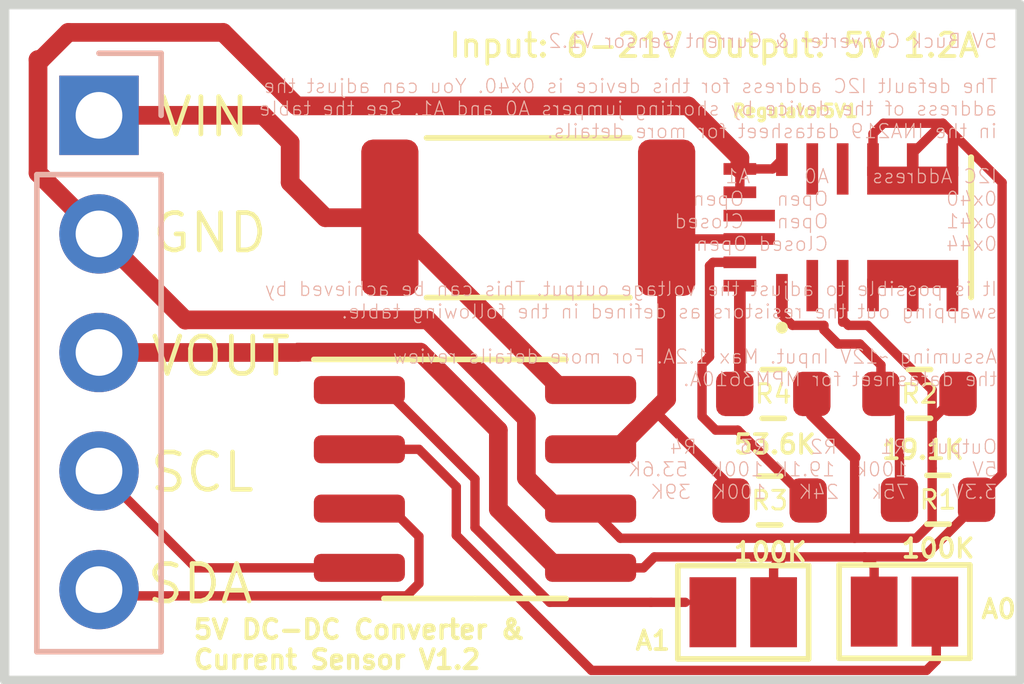
<source format=kicad_pcb>
(kicad_pcb (version 20211014) (generator pcbnew)
  (layers (0 "F.Cu" signal) (31 "B.Cu" signal) (34 "B.Paste" user) (35 "F.Paste" user) (36 "B.SilkS" user "B.Silkscreen") (37 "F.SilkS" user "F.Silkscreen") (38 "B.Mask" user) (39 "F.Mask" user) (44 "Edge.Cuts" user))
  (net 0 "")
  (net 1 "GND")
  (net 2 "/SDA")
  (net 3 "/SCL")
  (net 4 "+5V")
  (net 5 "Net-(C1-Pad1)")
  (net 6 "Net-(CURRENT_MAIN1-Pad8)")
  (net 7 "Net-(R1-Pad2)")
  (net 9 "Net-(Regulator5V1-Pad19)")
  (net 11 "Net-(R4-Pad1)")
  (net 12 "Net-(R3-Pad2)")
  (net 13 "Net-(CURRENT_MAIN1-Pad2)")
  (net 14 "Net-(CURRENT_MAIN1-Pad1)")
  (footprint "Package_SO:SOIC-8_3.9x4.9mm_P1.27mm" (layer "F.Cu") (at 124.606733 60.96)
    (fp_text reference "CURRENT_MAIN1" hide)
    (fp_text value "INA219BxD" hide)
    (fp_line (start 0 2.56) (end -1.95 2.56) (layer "F.SilkS") (width 0.12))
    (fp_line (start 0 2.56) (end 1.95 2.56) (layer "F.SilkS") (width 0.12))
    (fp_line (start 0 -2.56) (end -3.45 -2.56) (layer "F.SilkS") (width 0.12))
    (fp_line (start 0 -2.56) (end 1.95 -2.56) (layer "F.SilkS") (width 0.12))
    (pad "1" smd roundrect (at -2.475 -1.905) (size 1.95 0.6) (layers "F.Cu" "F.Paste" "F.Mask") (net 14 "Net-(CURRENT_MAIN1-Pad1)"))
    (pad "2" smd roundrect (at -2.475 -0.635) (size 1.95 0.6) (layers "F.Cu" "F.Paste" "F.Mask") (net 13 "Net-(CURRENT_MAIN1-Pad2)"))
    (pad "3" smd roundrect (at -2.475 0.635) (size 1.95 0.6) (layers "F.Cu" "F.Paste" "F.Mask") (net 2 "/SDA"))
    (pad "4" smd roundrect (at -2.475 1.905) (size 1.95 0.6) (layers "F.Cu" "F.Paste" "F.Mask") (net 3 "/SCL"))
    (pad "5" smd roundrect (at 2.475 1.905) (size 1.95 0.6) (layers "F.Cu" "F.Paste" "F.Mask") (net 4 "+5V"))
    (pad "6" smd roundrect (at 2.475 0.635) (size 1.95 0.6) (layers "F.Cu" "F.Paste" "F.Mask") (net 1 "GND"))
    (pad "7" smd roundrect (at 2.475 -0.635) (size 1.95 0.6) (layers "F.Cu" "F.Paste" "F.Mask") (net 5 "Net-(C1-Pad1)"))
    (pad "8" smd roundrect (at 2.475 -1.905) (size 1.95 0.6) (layers "F.Cu" "F.Paste" "F.Mask") (net 6 "Net-(CURRENT_MAIN1-Pad8)"))
  )
  (footprint "Resistor_SMD:R_0603_1608Metric" (layer "F.Cu") (at 134.518389 61.405453 180)
    (fp_text reference "R1" hide)
    (fp_text value "100K" (at 0 -1.042896) (layer "F.SilkS") (effects (font (size 0.4 0.4) (thickness 0.08))))
    (fp_text user "${REFERENCE}" (at 0 0) (layer "F.SilkS") (effects (font (size 0.4 0.4) (thickness 0.06))))
    (fp_line (start -0.237258 -0.5225) (end 0.237258 -0.5225) (layer "F.SilkS") (width 0.12))
    (fp_line (start -0.237258 0.5225) (end 0.237258 0.5225) (layer "F.SilkS") (width 0.12))
    (pad "1" smd roundrect (at -0.825 0 180) (size 0.8 0.95) (layers "F.Cu" "F.Paste" "F.Mask") (net 4 "+5V"))
    (pad "2" smd roundrect (at 0.825 0 180) (size 0.8 0.95) (layers "F.Cu" "F.Paste" "F.Mask") (net 7 "Net-(R1-Pad2)"))
  )
  (footprint "Resistor_SMD:R_0603_1608Metric" (layer "F.Cu") (at 130.914289 61.421912)
    (fp_text reference "R3" hide)
    (fp_text value "100K" (at 0.013227 1.105424) (layer "F.SilkS") (effects (font (size 0.4 0.4) (thickness 0.08))))
    (fp_text user "${REFERENCE}" (at 0 0) (layer "F.SilkS") (effects (font (size 0.4 0.4) (thickness 0.06))))
    (fp_line (start -0.237258 -0.5225) (end 0.237258 -0.5225) (layer "F.SilkS") (width 0.12))
    (fp_line (start -0.237258 0.5225) (end 0.237258 0.5225) (layer "F.SilkS") (width 0.12))
    (pad "1" smd roundrect (at -0.825 0) (size 0.8 0.95) (layers "F.Cu" "F.Paste" "F.Mask") (net 5 "Net-(C1-Pad1)"))
    (pad "2" smd roundrect (at 0.825 0) (size 0.8 0.95) (layers "F.Cu" "F.Paste" "F.Mask") (net 12 "Net-(R3-Pad2)"))
  )
  (footprint "MPM3610AGQV-P:MPM3620AGQV-P" (layer "F.Cu") (at 132.726856 55.569078 90)
    (fp_text reference "Regulator5V1" (at 2.491462 -1.266109 180) (layer "F.SilkS") (effects (font (size 0.267887 0.267887))))
    (fp_text value "MPM3610AGQV-P")
    (fp_line (start -1.5 2.5) (end 1.5 2.5) (layer "F.SilkS") (width 0.127))
    (fp_circle (center -2.15 -1.55) (end -2.085 -1.55) (layer "F.SilkS") (width 0.127) (fill none))
    (pad "1" smd rect (at -1.4 -1.55 180) (size 0.25 0.8) (layers "F.Cu" "F.Paste" "F.Mask") (net 7 "Net-(R1-Pad2)"))
    (pad "2" smd rect (at -1.25 -0.9 180) (size 0.25 1.1) (layers "F.Cu" "F.Paste" "F.Mask"))
    (pad "3" smd rect (at -1.25 -0.25 180) (size 0.25 1.1) (layers "F.Cu" "F.Paste" "F.Mask") (net 1 "GND"))
    (pad "4" smd rect (at -1.45 0.4) (size 0.25 0.7) (layers "F.Cu" "F.Paste" "F.Mask") (net 9 "Net-(Regulator5V1-Pad19)"))
    (pad "5" smd rect (at -1.45 1.25) (size 0.25 0.7) (layers "F.Cu" "F.Paste" "F.Mask") (net 9 "Net-(Regulator5V1-Pad19)"))
    (pad "6" smd rect (at -1.45 2.1) (size 0.25 0.7) (layers "F.Cu" "F.Paste" "F.Mask") (net 9 "Net-(Regulator5V1-Pad19)"))
    (pad "7" smd rect (at 1.45 2.1) (size 0.25 0.7) (layers "F.Cu" "F.Paste" "F.Mask") (net 4 "+5V"))
    (pad "8" smd rect (at 1.45 1.25) (size 0.25 0.7) (layers "F.Cu" "F.Paste" "F.Mask") (net 4 "+5V"))
    (pad "9" smd rect (at 1.45 0.4) (size 0.25 0.7) (layers "F.Cu" "F.Paste" "F.Mask") (net 4 "+5V"))
    (pad "10" smd rect (at 1.25 -0.25 180) (size 0.25 1.1) (layers "F.Cu" "F.Paste" "F.Mask"))
    (pad "11" smd rect (at 1.25 -0.9 180) (size 0.25 1.1) (layers "F.Cu" "F.Paste" "F.Mask"))
    (pad "12" smd rect (at 1.45 -1.55 180) (size 0.25 0.7) (layers "F.Cu" "F.Paste" "F.Mask") (net 1 "GND"))
    (pad "13" smd rect (at 1.25 -2.45 90) (size 0.25 0.7) (layers "F.Cu" "F.Paste" "F.Mask") (net 1 "GND"))
    (pad "14" smd rect (at 0.75 -2.45 90) (size 0.25 0.7) (layers "F.Cu" "F.Paste" "F.Mask") (net 1 "GND"))
    (pad "15" smd rect (at 0.25 -2.25 90) (size 0.25 1.1) (layers "F.Cu" "F.Paste" "F.Mask"))
    (pad "16" smd rect (at -0.25 -2.25 90) (size 0.25 1.1) (layers "F.Cu" "F.Paste" "F.Mask") (net 5 "Net-(C1-Pad1)"))
    (pad "17" smd rect (at -0.75 -2.45 90) (size 0.25 0.7) (layers "F.Cu" "F.Paste" "F.Mask") (net 12 "Net-(R3-Pad2)"))
    (pad "18" smd rect (at -1.25 -2.45 90) (size 0.25 0.7) (layers "F.Cu" "F.Paste" "F.Mask") (net 11 "Net-(R4-Pad1)"))
    (pad "19" smd rect (at -1 1.25 180) (size 1.95 0.6) (layers "F.Cu" "F.Paste" "F.Mask") (net 9 "Net-(Regulator5V1-Pad19)"))
    (pad "20" smd rect (at 1 1.25 180) (size 1.95 0.6) (layers "F.Cu" "F.Paste" "F.Mask") (net 4 "+5V"))
  )
  (footprint "Resistor_SMD:R_0603_1608Metric" (layer "F.Cu") (at 134.122107 59.13727)
    (fp_text reference "R2" hide)
    (fp_text value "19.1K" (at 0.073984 1.196786) (layer "F.SilkS") (effects (font (size 0.4 0.4) (thickness 0.08))))
    (fp_text user "${REFERENCE}" (at 0 0) (layer "F.SilkS") (effects (font (size 0.4 0.4) (thickness 0.06))))
    (fp_line (start -0.237258 -0.5225) (end 0.237258 -0.5225) (layer "F.SilkS") (width 0.12))
    (fp_line (start -0.237258 0.5225) (end 0.237258 0.5225) (layer "F.SilkS") (width 0.12))
    (pad "1" smd roundrect (at -0.825 0) (size 0.8 0.95) (layers "F.Cu" "F.Paste" "F.Mask") (net 7 "Net-(R1-Pad2)"))
    (pad "2" smd roundrect (at 0.825 0) (size 0.8 0.95) (layers "F.Cu" "F.Paste" "F.Mask") (net 1 "GND"))
  )
  (footprint "Resistor_SMD:R_2512_6332Metric" (layer "F.Cu") (at 125.746749 55.363734)
    (fp_text reference "R_SHUNT1" hide)
    (fp_text value "100mOhms" hide)
    (fp_line (start -2.177064 -1.71) (end 2.177064 -1.71) (layer "F.SilkS") (width 0.12))
    (fp_line (start -2.177064 1.71) (end 2.177064 1.71) (layer "F.SilkS") (width 0.12))
    (pad "1" smd roundrect (at -2.9625 0) (size 1.225 3.35) (layers "F.Cu" "F.Paste" "F.Mask") (roundrect_rratio 0.2040816327) (net 6 "Net-(CURRENT_MAIN1-Pad8)"))
    (pad "2" smd roundrect (at 2.9625 0) (size 1.225 3.35) (layers "F.Cu" "F.Paste" "F.Mask") (roundrect_rratio 0.2040816327) (net 5 "Net-(C1-Pad1)"))
  )
  (footprint "Resistor_SMD:R_0603_1608Metric" (layer "F.Cu") (at 130.992165 59.139074)
    (fp_text reference "R4" hide)
    (fp_text value "53.6K" (at 0.034798 1.080626) (layer "F.SilkS") (effects (font (size 0.4 0.4) (thickness 0.08))))
    (fp_text user "${REFERENCE}" (at 0 0) (layer "F.SilkS") (effects (font (size 0.4 0.4) (thickness 0.06))))
    (fp_line (start -0.237258 -0.5225) (end 0.237258 -0.5225) (layer "F.SilkS") (width 0.12))
    (fp_line (start -0.237258 0.5225) (end 0.237258 0.5225) (layer "F.SilkS") (width 0.12))
    (pad "1" smd roundrect (at -0.825 0) (size 0.8 0.95) (layers "F.Cu" "F.Paste" "F.Mask") (net 11 "Net-(R4-Pad1)"))
    (pad "2" smd roundrect (at 0.825 0) (size 0.8 0.95) (layers "F.Cu" "F.Paste" "F.Mask") (net 1 "GND"))
  )
  (footprint "Jumper:SolderJumper-2_P1.3mm_Open_Pad1.0x1.5mm" (layer "F.Cu") (at 130.349152 63.8155)
    (fp_text reference "A1" hide)
    (fp_text value "A1" (at -1.935394 0.60777) (layer "F.SilkS") (effects (font (size 0.4 0.4) (thickness 0.08))))
    (fp_line (start -1.4 -1) (end 1.4 -1) (layer "F.SilkS") (width 0.12))
    (fp_line (start -1.4 1) (end -1.4 -1) (layer "F.SilkS") (width 0.12))
    (fp_line (start 1.4 1) (end -1.4 1) (layer "F.SilkS") (width 0.12))
    (fp_line (start 1.4 -1) (end 1.4 1) (layer "F.SilkS") (width 0.12))
    (pad "1" smd rect (at -0.65 0) (size 1 1.5) (layers "F.Cu" "F.Mask") (net 14 "Net-(CURRENT_MAIN1-Pad1)"))
    (pad "2" smd rect (at 0.65 0) (size 1 1.5) (layers "F.Cu" "F.Mask") (net 4 "+5V"))
  )
  (footprint "Jumper:SolderJumper-2_P1.3mm_Open_Pad1.0x1.5mm" (layer "F.Cu") (at 133.801137 63.801964 180)
    (fp_text reference "A0" (at -2.01669 0.055252) (layer "F.SilkS") (effects (font (size 0.4 0.4) (thickness 0.08))))
    (fp_text value "A0" hide)
    (fp_line (start 1.4 1) (end -1.4 1) (layer "F.SilkS") (width 0.12))
    (fp_line (start -1.4 1) (end -1.4 -1) (layer "F.SilkS") (width 0.12))
    (fp_line (start -1.4 -1) (end 1.4 -1) (layer "F.SilkS") (width 0.12))
    (fp_line (start 1.4 -1) (end 1.4 1) (layer "F.SilkS") (width 0.12))
    (pad "1" smd rect (at -0.65 0 180) (size 1 1.5) (layers "F.Cu" "F.Mask") (net 13 "Net-(CURRENT_MAIN1-Pad2)"))
    (pad "2" smd rect (at 0.65 0 180) (size 1 1.5) (layers "F.Cu" "F.Mask") (net 4 "+5V"))
  )
  (footprint "Connector_PinHeader_2.54mm:PinHeader_1x05_P2.54mm_Vertical" (layer "B.Cu") (at 116.558058 53.17073 180)
    (fp_text reference "PB1" hide)
    (fp_text value "PowerBoard_Conn_01x05" hide)
    (fp_line (start 1.33 -1.27) (end 1.33 -11.49) (layer "B.SilkS") (width 0.12))
    (fp_line (start -1.33 -11.49) (end 1.33 -11.49) (layer "B.SilkS") (width 0.12))
    (fp_line (start -1.33 1.33) (end 0 1.33) (layer "B.SilkS") (width 0.12))
    (fp_line (start -1.33 -1.27) (end -1.33 -11.49) (layer "B.SilkS") (width 0.12))
    (fp_line (start -1.33 -1.27) (end 1.33 -1.27) (layer "B.SilkS") (width 0.12))
    (fp_line (start -1.33 0) (end -1.33 1.33) (layer "B.SilkS") (width 0.12))
    (pad "1" thru_hole rect (at 0 0 180) (size 1.7 1.7) (drill 1) (layers *.Cu *.Mask) (net 6 "Net-(CURRENT_MAIN1-Pad8)"))
    (pad "2" thru_hole oval (at 0 -2.54 180) (size 1.7 1.7) (drill 1) (layers *.Cu *.Mask) (net 1 "GND"))
    (pad "3" thru_hole oval (at 0 -5.08 180) (size 1.7 1.7) (drill 1) (layers *.Cu *.Mask) (net 4 "+5V"))
    (pad "4" thru_hole oval (at 0 -7.62 180) (size 1.7 1.7) (drill 1) (layers *.Cu *.Mask) (net 3 "/SCL"))
    (pad "5" thru_hole oval (at 0 -10.16 180) (size 1.7 1.7) (drill 1) (layers *.Cu *.Mask) (net 2 "/SDA"))
  )
  (gr_rect (start 114.538852 65.274665) (end 136.278206 50.8) (layer "Edge.Cuts") (width 0.2) (fill none))
  (gr_text "5V Buck Converter & Current Sensor V1.2\n\nThe default I2C address for this device is 0x40. You can adjust the\naddress of the device by shorting jumpers A0 and A1. See the table\nin the INA219 datasheet for more details.\n\nI2C Address    A0     A1\n0x40           Open   Open\n0x41           Open   Closed\n0x44           Closed Open\n\nIt is possible to adjust the voltage output. This can be achieved by\nswapping out the resistors as defined in the following table.\n\nAssuming ~12V Input. Max 1.2A. For more details review\nthe datasheet for MPM3610A.\n\n\nOutput  R1    R2    R3    R4\n5V      100k  19.1K 100K  53.6K\n3.3V    75k   24K   100K  39K" (at 135.804244 56.408118) (layer "B.SilkS") (effects (font (size 0.3 0.3) (thickness 0.025)) (justify left mirror)))
  (gr_text "5V DC-DC Converter &\nCurrent Sensor V1.2" (at 118.537084 64.507901) (layer "F.SilkS") (effects (font (size 0.4 0.4) (thickness 0.09)) (justify left)))
  (gr_text "SCL" (at 118.76917 60.817742) (layer "F.SilkS") (effects (font (size 0.8 0.8) (thickness 0.1))))
  (gr_text "VOUT" (at 119.163715 58.334428) (layer "F.SilkS") (effects (font (size 0.8 0.8) (thickness 0.1))))
  (gr_text "GND" (at 118.93163 55.688653) (layer "F.SilkS") (effects (font (size 0.8 0.8) (thickness 0.1))))
  (gr_text "Input: 6-21V Output: 5V 1.2A" (at 129.727987 51.672288) (layer "F.SilkS") (effects (font (size 0.5 0.5) (thickness 0.08))))
  (gr_text "SDA" (at 118.722753 63.208222) (layer "F.SilkS") (effects (font (size 0.8 0.8) (thickness 0.1))))
  (gr_text "VIN" (at 118.815587 53.205339) (layer "F.SilkS") (effects (font (size 0.8 0.8) (thickness 0.1))))
  (segment (start 127.716733 62.23) (end 127.081733 61.595) (width 0.2) (layer "F.Cu") (net 1))
  (segment (start 116.558058 55.71073) (end 118.407225 57.559897) (width 0.4) (layer "F.Cu") (net 1))
  (segment (start 134.393389 59.916611) (end 134.393389 60.733389) (width 0.2) (layer "F.Cu") (net 1))
  (segment (start 132.733424 62.23) (end 127.716733 62.23) (width 0.2) (layer "F.Cu") (net 1))
  (segment (start 131.817165 59.139074) (end 131.817165 59.58213) (width 0.25) (layer "F.Cu") (net 1))
  (segment (start 134.050949 62.23) (end 132.733424 62.23) (width 0.2) (layer "F.Cu") (net 1))
  (segment (start 131.817165 59.58213) (end 132.733424 60.498389) (width 0.25) (layer "F.Cu") (net 1))
  (segment (start 115.253108 54.40578) (end 115.253108 51.97568) (width 0.4) (layer "F.Cu") (net 1))
  (segment (start 130.276856 54.319078) (end 130.976856 54.319078) (width 0.2) (layer "F.Cu") (net 1))
  (segment (start 126.365 61.595) (end 127.081733 61.595) (width 0.4) (layer "F.Cu") (net 1))
  (segment (start 120.788849 52.968533) (end 129.168533 52.968533) (width 0.4) (layer "F.Cu") (net 1))
  (segment (start 132.733424 62.23) (end 132.733424 60.498389) (width 0.2) (layer "F.Cu") (net 1))
  (segment (start 134.393389 59.690988) (end 134.393389 59.916611) (width 0.2) (layer "F.Cu") (net 1))
  (segment (start 119.214652 51.394336) (end 120.788849 52.968533) (width 0.4) (layer "F.Cu") (net 1))
  (segment (start 132.476856 56.819078) (end 132.476856 57.601769) (width 0.2) (layer "F.Cu") (net 1))
  (segment (start 130.976856 54.319078) (end 131.176856 54.119078) (width 0.2) (layer "F.Cu") (net 1))
  (segment (start 133.011022 57.669078) (end 132.599078 57.669078) (width 0.2) (layer "F.Cu") (net 1))
  (segment (start 129.168533 52.968533) (end 130.276856 54.076856) (width 0.4) (layer "F.Cu") (net 1))
  (segment (start 134.947107 59.13727) (end 134.393389 59.690988) (width 0.2) (layer "F.Cu") (net 1))
  (segment (start 115.318149 51.97568) (end 115.899493 51.394336) (width 0.4) (layer "F.Cu") (net 1))
  (segment (start 130.276856 54.076856) (end 130.276856 54.319078) (width 0.4) (layer "F.Cu") (net 1))
  (segment (start 132.476856 57.546856) (end 132.476856 56.819078) (width 0.2) (layer "F.Cu") (net 1))
  (segment (start 132.599078 57.669078) (end 132.476856 57.546856) (width 0.2) (layer "F.Cu") (net 1))
  (segment (start 134.393389 59.051445) (end 133.011022 57.669078) (width 0.2) (layer "F.Cu") (net 1))
  (segment (start 134.393389 60.733389) (end 134.393389 61.88756) (width 0.2) (layer "F.Cu") (net 1))
  (segment (start 130.276856 54.819078) (end 130.276856 54.319078) (width 0.2) (layer "F.Cu") (net 1))
  (segment (start 115.253108 51.97568) (end 115.318149 51.97568) (width 0.4) (layer "F.Cu") (net 1))
  (segment (start 134.393389 59.916611) (end 134.393389 59.051445) (width 0.2) (layer "F.Cu") (net 1))
  (segment (start 115.899493 51.394336) (end 119.214652 51.394336) (width 0.4) (layer "F.Cu") (net 1))
  (segment (start 123.59279 57.55279) (end 125.706733 59.666733) (width 0.4) (layer "F.Cu") (net 1))
  (segment (start 118.428286 57.55279) (end 123.59279 57.55279) (width 0.4) (layer "F.Cu") (net 1))
  (segment (start 116.558058 55.71073) (end 115.253108 54.40578) (width 0.4) (layer "F.Cu") (net 1))
  (segment (start 125.706733 59.666733) (end 125.706733 60.936733) (width 0.4) (layer "F.Cu") (net 1))
  (segment (start 125.706733 60.936733) (end 126.365 61.595) (width 0.4) (layer "F.Cu") (net 1))
  (segment (start 134.393389 61.88756) (end 134.050949 62.23) (width 0.2) (layer "F.Cu") (net 1))
  (segment (start 122.131733 61.595) (end 122.61455 61.595) (width 0.4) (layer "F.Cu") (net 2))
  (segment (start 123.406733 62.19124) (end 122.810493 61.595) (width 0.2) (layer "F.Cu") (net 2))
  (segment (start 123.406733 63.201396) (end 123.406733 62.19124) (width 0.2) (layer "F.Cu") (net 2))
  (segment (start 116.558058 63.33073) (end 116.692328 63.465) (width 0.2) (layer "F.Cu") (net 2))
  (segment (start 116.692328 63.465) (end 123.143129 63.465) (width 0.2) (layer "F.Cu") (net 2))
  (segment (start 123.143129 63.465) (end 123.406733 63.201396) (width 0.2) (layer "F.Cu") (net 2))
  (segment (start 122.810493 61.595) (end 122.131733 61.595) (width 0.2) (layer "F.Cu") (net 2))
  (segment (start 122.131733 62.865) (end 118.632328 62.865) (width 0.2) (layer "F.Cu") (net 3))
  (segment (start 118.632328 62.865) (end 116.558058 60.79073) (width 0.2) (layer "F.Cu") (net 3))
  (segment (start 123.435095 58.243623) (end 125.106733 59.915261) (width 0.4) (layer "F.Cu") (net 4))
  (segment (start 132.95 62.63) (end 131.21 62.63) (width 0.2) (layer "F.Cu") (net 4))
  (segment (start 135.89 54.61) (end 134.62 53.34) (width 0.2) (layer "F.Cu") (net 4))
  (segment (start 135.343389 61.405453) (end 135.343389 61.503245) (width 0.2) (layer "F.Cu") (net 4))
  (segment (start 133.126856 54.119078) (end 133.126856 53.563144) (width 0.2) (layer "F.Cu") (net 4))
  (segment (start 128.212539 62.865) (end 127.081733 62.865) (width 0.2) (layer "F.Cu") (net 4))
  (segment (start 134.826856 54.119078) (end 134.826856 53.546856) (width 0.2) (layer "F.Cu") (net 4))
  (segment (start 133.35 53.34) (end 134.62 53.34) (width 0.2) (layer "F.Cu") (net 4))
  (segment (start 130.999152 62.840848) (end 130.999152 63.8155) (width 0.2) (layer "F.Cu") (net 4))
  (segment (start 134.62 53.34) (end 133.976856 53.983144) (width 0.2) (layer "F.Cu") (net 4))
  (segment (start 116.558058 58.25073) (end 120.81927 58.25073) (width 0.4) (layer "F.Cu") (net 4))
  (segment (start 135.89 60.858842) (end 135.89 54.61) (width 0.2) (layer "F.Cu") (net 4))
  (segment (start 120.826377 58.243623) (end 123.435095 58.243623) (width 0.4) (layer "F.Cu") (net 4))
  (segment (start 133.151137 62.831137) (end 132.95 62.63) (width 0.2) (layer "F.Cu") (net 4))
  (segment (start 133.976856 53.983144) (end 133.976856 54.119078) (width 0.2) (layer "F.Cu") (net 4))
  (segment (start 131.21 62.63) (end 130.999152 62.840848) (width 0.2) (layer "F.Cu") (net 4))
  (segment (start 131.21 62.63) (end 128.447539 62.63) (width 0.2) (layer "F.Cu") (net 4))
  (segment (start 134.216634 62.63) (end 132.95 62.63) (width 0.2) (layer "F.Cu") (net 4))
  (segment (start 135.343389 61.503245) (end 134.216634 62.63) (width 0.2) (layer "F.Cu") (net 4))
  (segment (start 133.151137 63.801964) (end 133.151137 62.831137) (width 0.2) (layer "F.Cu") (net 4))
  (segment (start 125.106733 61.606733) (end 126.365 62.865) (width 0.4) (layer "F.Cu") (net 4))
  (segment (start 133.126856 53.563144) (end 133.35 53.34) (width 0.2) (layer "F.Cu") (net 4))
  (segment (start 120.81927 58.25073) (end 120.826377 58.243623) (width 0.4) (layer "F.Cu") (net 4))
  (segment (start 125.106733 59.915261) (end 125.106733 61.606733) (width 0.4) (layer "F.Cu") (net 4))
  (segment (start 126.365 62.865) (end 127.081733 62.865) (width 0.4) (layer "F.Cu") (net 4))
  (segment (start 135.343389 61.405453) (end 135.89 60.858842) (width 0.2) (layer "F.Cu") (net 4))
  (segment (start 134.826856 53.546856) (end 134.62 53.34) (width 0.2) (layer "F.Cu") (net 4))
  (segment (start 128.447539 62.63) (end 128.212539 62.865) (width 0.2) (layer "F.Cu") (net 4))
  (segment (start 130.476856 55.819078) (end 129.164593 55.819078) (width 0.2) (layer "F.Cu") (net 5))
  (segment (start 128.456733 59.503267) (end 128.709249 59.250751) (width 0.4) (layer "F.Cu") (net 5))
  (segment (start 127.437166 60.325) (end 127.081733 60.325) (width 0.2) (layer "F.Cu") (net 5))
  (segment (start 129.164593 55.819078) (end 128.709249 55.363734) (width 0.2) (layer "F.Cu") (net 5))
  (segment (start 130.089289 61.135823) (end 128.456733 59.503267) (width 0.2) (layer "F.Cu") (net 5))
  (segment (start 128.709249 59.250751) (end 128.709249 55.363734) (width 0.4) (layer "F.Cu") (net 5))
  (segment (start 127.635 60.325) (end 128.456733 59.503267) (width 0.4) (layer "F.Cu") (net 5))
  (segment (start 130.089289 61.421912) (end 130.089289 61.135823) (width 0.2) (layer "F.Cu") (net 5))
  (segment (start 127.081733 60.325) (end 127.635 60.325) (width 0.4) (layer "F.Cu") (net 5))
  (segment (start 126.475515 59.055) (end 122.784249 55.363734) (width 0.4) (layer "F.Cu") (net 6))
  (segment (start 116.558058 53.17073) (end 120.070081 53.17073) (width 0.4) (layer "F.Cu") (net 6))
  (segment (start 127.081733 59.055) (end 126.475515 59.055) (width 0.4) (layer "F.Cu") (net 6))
  (segment (start 120.65 54.61) (end 121.403734 55.363734) (width 0.4) (layer "F.Cu") (net 6))
  (segment (start 120.65 53.750649) (end 120.65 54.61) (width 0.4) (layer "F.Cu") (net 6))
  (segment (start 120.070081 53.17073) (end 120.65 53.750649) (width 0.4) (layer "F.Cu") (net 6))
  (segment (start 127.081733 59.055) (end 126.407948 59.055) (width 0.4) (layer "F.Cu") (net 6))
  (segment (start 121.403734 55.363734) (end 122.784249 55.363734) (width 0.4) (layer "F.Cu") (net 6))
  (segment (start 133.693389 59.533552) (end 133.297107 59.13727) (width 0.2) (layer "F.Cu") (net 7))
  (segment (start 131.176856 57.444078) (end 131.176856 56.969078) (width 0.2) (layer "F.Cu") (net 7))
  (segment (start 133.297107 59.13727) (end 133.297107 58.520849) (width 0.2) (layer "F.Cu") (net 7))
  (segment (start 132.845336 58.069078) (end 132.37848 58.069078) (width 0.2) (layer "F.Cu") (net 7))
  (segment (start 133.693389 61.405453) (end 133.693389 59.533552) (width 0.2) (layer "F.Cu") (net 7))
  (segment (start 132.076856 57.669078) (end 131.401856 57.669078) (width 0.2) (layer "F.Cu") (net 7))
  (segment (start 132.37848 58.069078) (end 132.076856 57.767454) (width 0.2) (layer "F.Cu") (net 7))
  (segment (start 131.401856 57.669078) (end 131.176856 57.444078) (width 0.2) (layer "F.Cu") (net 7))
  (segment (start 133.297107 58.520849) (end 132.845336 58.069078) (width 0.2) (layer "F.Cu") (net 7))
  (segment (start 132.076856 57.767454) (end 132.076856 57.669078) (width 0.2) (layer "F.Cu") (net 7))
  (segment (start 130.276856 59.029383) (end 130.167165 59.139074) (width 0.25) (layer "F.Cu") (net 11))
  (segment (start 130.276856 56.819078) (end 130.276856 59.029383) (width 0.25) (layer "F.Cu") (net 11))
  (segment (start 129.626856 56.394078) (end 129.626856 58.345084) (width 0.2) (layer "F.Cu") (net 12))
  (segment (start 129.467165 58.504775) (end 129.467165 59.621181) (width 0.2) (layer "F.Cu") (net 12))
  (segment (start 130.231451 59.914074) (end 131.739289 61.421912) (width 0.2) (layer "F.Cu") (net 12))
  (segment (start 129.626856 58.345084) (end 129.467165 58.504775) (width 0.2) (layer "F.Cu") (net 12))
  (segment (start 129.467165 59.621181) (end 129.760058 59.914074) (width 0.2) (layer "F.Cu") (net 12))
  (segment (start 129.701856 56.319078) (end 129.626856 56.394078) (width 0.2) (layer "F.Cu") (net 12))
  (segment (start 130.276856 56.319078) (end 129.701856 56.319078) (width 0.2) (layer "F.Cu") (net 12))
  (segment (start 129.760058 59.914074) (end 130.231451 59.914074) (width 0.2) (layer "F.Cu") (net 12))
  (segment (start 124.206733 61.125686) (end 123.406047 60.325) (width 0.2) (layer "F.Cu") (net 13))
  (segment (start 134.271619 65.060827) (end 127.100478 65.060827) (width 0.2) (layer "F.Cu") (net 13))
  (segment (start 124.206733 62.167082) (end 124.206733 61.125686) (width 0.2) (layer "F.Cu") (net 13))
  (segment (start 134.481871 64.850575) (end 134.271619 65.060827) (width 0.2) (layer "F.Cu") (net 13))
  (segment (start 127.100478 65.060827) (end 124.206733 62.167082) (width 0.2) (layer "F.Cu") (net 13))
  (segment (start 123.406047 60.325) (end 122.131733 60.325) (width 0.2) (layer "F.Cu") (net 13))
  (segment (start 134.481871 63.900575) (end 134.481871 64.850575) (width 0.2) (layer "F.Cu") (net 13))
  (segment (start 124.606733 60.96) (end 124.606733 62.001396) (width 0.2) (layer "F.Cu") (net 14))
  (segment (start 126.208549 63.603212) (end 128.373212 63.603212) (width 0.2) (layer "F.Cu") (net 14))
  (segment (start 122.701733 59.055) (end 124.606733 60.96) (width 0.2) (layer "F.Cu") (net 14))
  (segment (start 128.373212 63.603212) (end 129.109086 63.603212) (width 0.2) (layer "F.Cu") (net 14))
  (segment (start 122.131733 59.055) (end 122.701733 59.055) (width 0.2) (layer "F.Cu") (net 14))
  (segment (start 124.606733 62.001396) (end 126.208549 63.603212) (width 0.2) (layer "F.Cu") (net 14))
)
</source>
